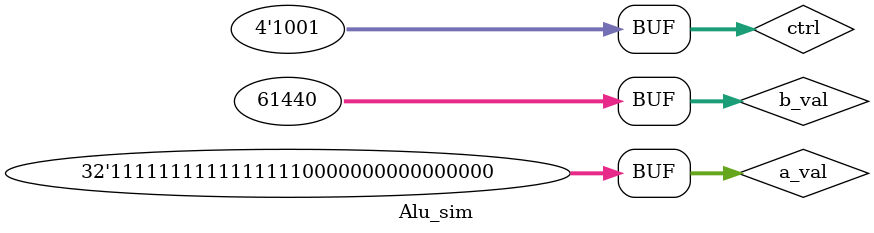
<source format=v>
`timescale 1ns / 1ps


module Alu_sim(

    );
    reg [31:0] a_val;
    reg [31:0] b_val;
    reg [3:0] ctrl;
    wire [31:0] result;
    Alu a0(
        .a_val(a_val),
        .b_val(b_val),
        .ctrl(ctrl),
        .result(result)
    );

    initial begin
        a_val = 32'b0;
        b_val = 32'b0;
        ctrl = 4'b0;
        a_val = 32'hffffffff;
        b_val = 32'd5; #100;

        ctrl = 4'd1;
        a_val = 32'b1;
        b_val = 32'd2; #100;

        ctrl = 4'd2;
        a_val = 32'h00001000;
        b_val = 32'd4; #100;

        ctrl = 4'd3;
        a_val = 32'hffffffff;
        b_val = 32'd1; #100;
        a_val = 32'd1;
        b_val = 32'd2; #100;

        ctrl = 4'd4;
        a_val = 32'hffffffff;
        b_val = 32'd1; #100;
        a_val = 32'd2;
        #100;

        ctrl = 4'd5;
        a_val = 32'b0;
        b_val = 32'd8; #100
        
        ctrl = 4'd6;
        a_val = 32'h00001000;
        b_val = 32'd4; #100;

        ctrl = 4'd7;
        a_val = 32'hffff0000;
        b_val = 32'd4; #100;

        ctrl = 4'd8;
        a_val = 32'hffff0000;
        b_val = 32'h0000f000; #100;

        ctrl = 4'd9;
        #100;
    end
endmodule

</source>
